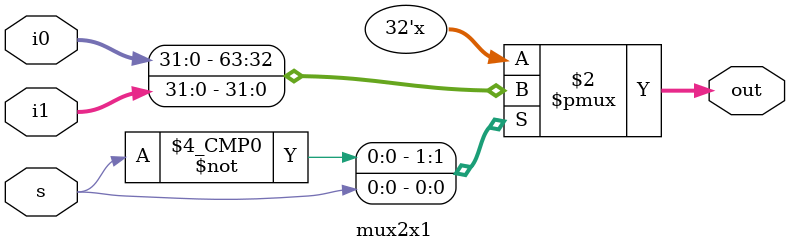
<source format=v>
module mux2x1(i0, i1, s, out);
	
	input [31:0] i0, i1;
	input s;
	
	output reg [31:0] out;
	
	always @ (s or i0 or i1)
		begin case (s)
			0: out <= i0;
			1: out <= i1;
			default: out <= 0;
		endcase
	end	
	
endmodule
</source>
